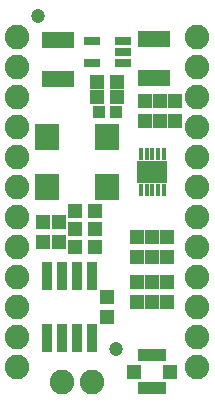
<source format=gbr>
G04 EAGLE Gerber RS-274X export*
G75*
%MOMM*%
%FSLAX34Y34*%
%LPD*%
%INSoldermask Top*%
%IPPOS*%
%AMOC8*
5,1,8,0,0,1.08239X$1,22.5*%
G01*
%ADD10R,2.583200X1.843200*%
%ADD11R,0.453200X1.003200*%
%ADD12R,1.403200X0.753200*%
%ADD13R,2.703200X1.403200*%
%ADD14R,1.303200X1.203200*%
%ADD15R,1.003200X1.003200*%
%ADD16R,1.203200X1.303200*%
%ADD17C,2.082800*%
%ADD18R,2.403200X1.053200*%
%ADD19R,1.253200X1.203200*%
%ADD20R,2.003200X2.203200*%
%ADD21R,0.812800X2.413000*%
%ADD22C,1.203200*%


D10*
X127000Y190500D03*
D11*
X137000Y205500D03*
X132000Y205500D03*
X127000Y205500D03*
X122000Y205500D03*
X117000Y205500D03*
X117000Y175500D03*
X122000Y175500D03*
X127000Y175500D03*
X132000Y175500D03*
X137000Y175500D03*
D12*
X101901Y282600D03*
X101901Y292100D03*
X101901Y301600D03*
X75899Y301600D03*
X75899Y282600D03*
D13*
X128270Y270520D03*
X128270Y303520D03*
X46990Y302250D03*
X46990Y269250D03*
D14*
X80400Y266700D03*
X97400Y266700D03*
X80400Y254000D03*
X97400Y254000D03*
D15*
X81400Y241300D03*
X96400Y241300D03*
D16*
X133350Y234070D03*
X133350Y251070D03*
X127000Y80400D03*
X127000Y97400D03*
X114300Y80400D03*
X114300Y97400D03*
X139700Y97400D03*
X139700Y80400D03*
X127000Y135500D03*
X127000Y118500D03*
X34290Y148200D03*
X34290Y131200D03*
X114300Y118500D03*
X114300Y135500D03*
X88900Y84700D03*
X88900Y67700D03*
D14*
X78350Y157480D03*
X61350Y157480D03*
D16*
X146050Y234070D03*
X146050Y251070D03*
X120650Y234070D03*
X120650Y251070D03*
D14*
X78350Y127000D03*
X61350Y127000D03*
X61350Y142240D03*
X78350Y142240D03*
D16*
X48260Y148200D03*
X48260Y131200D03*
D17*
X50800Y12700D03*
X76200Y12700D03*
X12700Y25400D03*
X12700Y50800D03*
X12700Y76200D03*
X12700Y101600D03*
X12700Y127000D03*
X12700Y152400D03*
X12700Y177800D03*
X12700Y203200D03*
X12700Y228600D03*
X12700Y254000D03*
X12700Y279400D03*
X12700Y304800D03*
X165100Y304800D03*
X165100Y279400D03*
X165100Y254000D03*
X165100Y228600D03*
X165100Y203200D03*
X165100Y177800D03*
X165100Y152400D03*
X165100Y127000D03*
X165100Y101600D03*
X165100Y76200D03*
X165100Y50800D03*
X165100Y25400D03*
D16*
X139700Y135500D03*
X139700Y118500D03*
D18*
X127000Y7840D03*
X127000Y35340D03*
D19*
X111750Y21590D03*
X142250Y21590D03*
D20*
X38100Y177800D03*
X88900Y177800D03*
X88900Y219800D03*
X38100Y219800D03*
D21*
X76200Y102362D03*
X63500Y102362D03*
X50800Y102362D03*
X38100Y102362D03*
X38100Y50038D03*
X50800Y50038D03*
X63500Y50038D03*
X76200Y50038D03*
D22*
X30480Y322580D03*
X96520Y40640D03*
M02*

</source>
